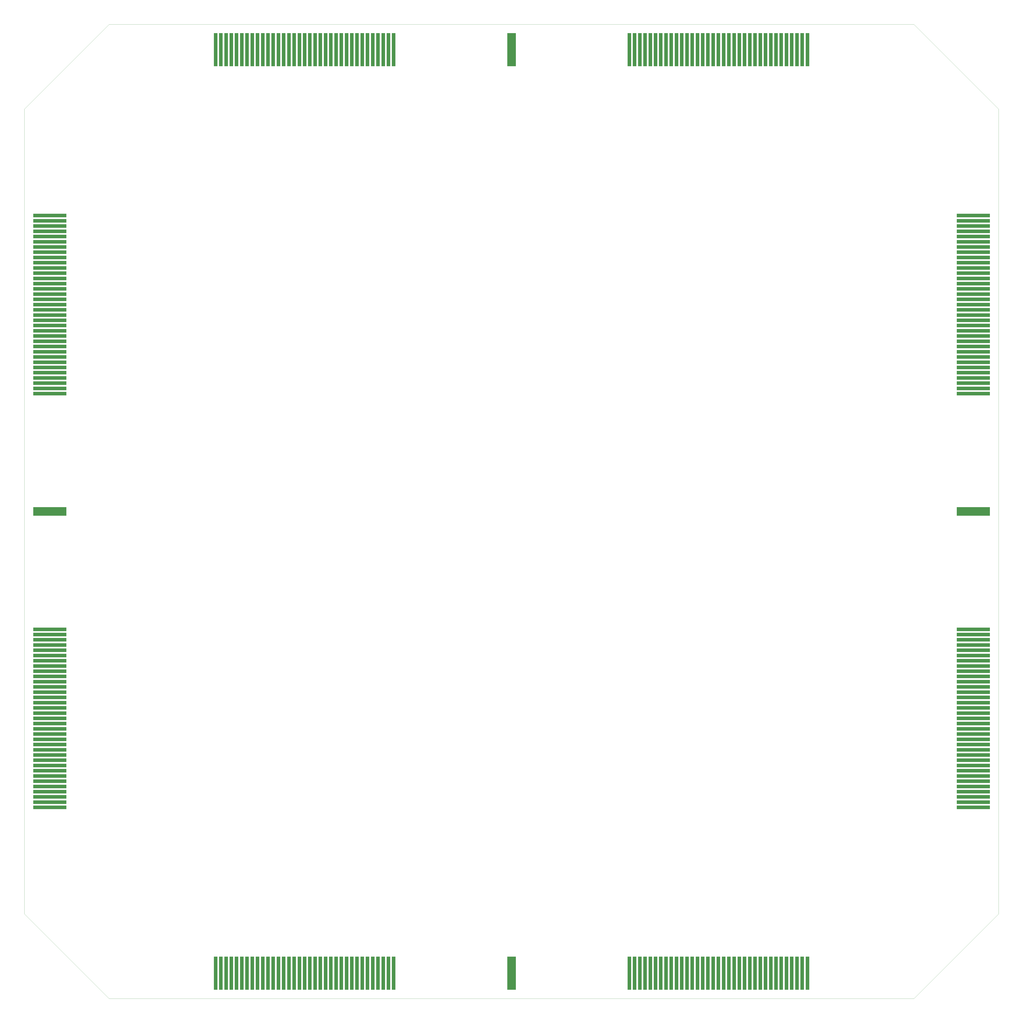
<source format=gbr>
G04 CAM350/DFMSTREAM V11.0 (Build 727) Date:  Mon Aug 30 13:10:57 2021 *
G04 Database: (Untitled) *
G04 Layer 3: stencil_v2.gbr *
%FSTAX43Y43*%
%MOMM*%
%SFA1.000B1.000*%

%MIA0B0*%
%IPPOS*%
%ADD158C,0.10000*%
%ADD335R,2.00000X18.99996*%
%ADD339R,18.99996X2.00000*%
%ADD343R,4.99999X18.99996*%
%ADD344R,18.99996X4.99999*%
%LNstencil_v2.gbr*%
%LPD*%
G54D335*
X-0169499Y0264499D03*
X-0166499D03*
X-0163499D03*
X-0160499D03*
X-0157499D03*
X-0154499D03*
X-0151499D03*
X-0148499D03*
X-0145499D03*
X-0142499D03*
X-0139499D03*
X-0136499D03*
X-0133499D03*
X-0130499D03*
X-0127499D03*
X-0124499D03*
X-0121499D03*
X-0118499D03*
X-0115499D03*
X-0112499D03*
X-0109499D03*
X-0106499D03*
X-0103499D03*
X-0100499D03*
X-0097499D03*
X-0094499D03*
X-0091499D03*
X-0088499D03*
X-0085499D03*
X-0082499D03*
X-0079499D03*
X-0076499D03*
X-0073499D03*
X-0070499D03*
X-0067499D03*
X0067499D03*
X0070499D03*
X0073499D03*
X0076499D03*
X0079499D03*
X0082499D03*
X0085499D03*
X0088499D03*
X0091499D03*
X0094499D03*
X0097499D03*
X0100499D03*
X0103499D03*
X0106499D03*
X0109499D03*
X0112499D03*
X0115499D03*
X0118499D03*
X0121499D03*
X0124499D03*
X0127499D03*
X0130499D03*
X0133499D03*
X0136499D03*
X0139499D03*
X0142499D03*
X0145499D03*
X0148499D03*
X0151499D03*
X0154499D03*
X0157499D03*
X0160499D03*
X0163499D03*
X0166499D03*
X0169499D03*
G54D339*
X0264499Y0169499D03*
Y0166499D03*
Y0163499D03*
Y0160499D03*
Y0157499D03*
Y0154499D03*
Y0151499D03*
Y0148499D03*
Y0145499D03*
Y0142499D03*
Y0139499D03*
Y0136499D03*
Y0133499D03*
Y0130499D03*
Y0127499D03*
Y0124499D03*
Y0121499D03*
Y0118499D03*
Y0115499D03*
Y0112499D03*
Y0109499D03*
Y0106499D03*
Y0103499D03*
Y0100499D03*
Y0097499D03*
Y0094499D03*
Y0091499D03*
Y0088499D03*
Y0085499D03*
Y0082499D03*
Y0079499D03*
Y0076499D03*
Y0073499D03*
Y0070499D03*
Y0067499D03*
Y-0070499D03*
Y-0073499D03*
Y-0076499D03*
Y-0079499D03*
Y-0082499D03*
Y-0085499D03*
Y-0088499D03*
Y-0091499D03*
Y-0094499D03*
Y-0097499D03*
Y-0100499D03*
Y-0103499D03*
Y-0106499D03*
Y-0109499D03*
Y-0112499D03*
Y-0115499D03*
Y-0118499D03*
Y-0121499D03*
Y-0124499D03*
Y-0127499D03*
Y-0130499D03*
Y-0133499D03*
Y-0136499D03*
Y-0139499D03*
Y-0142499D03*
Y-0145499D03*
Y-0148499D03*
Y-0151499D03*
Y-0154499D03*
Y-0157499D03*
Y-0160499D03*
Y-0163499D03*
Y-0166499D03*
Y-0169499D03*
X-0264499D03*
Y-0166499D03*
Y-0163499D03*
Y-0160499D03*
Y-0157499D03*
Y-0154499D03*
Y-0151499D03*
Y-0148499D03*
Y-0145499D03*
Y-0142499D03*
Y-0139499D03*
Y-0136499D03*
Y-0133499D03*
Y-0130499D03*
Y-0127499D03*
Y-0124499D03*
Y-0121499D03*
Y-0118499D03*
Y-0115499D03*
Y-0112499D03*
Y-0109499D03*
Y-0106499D03*
Y-0103499D03*
Y-0100499D03*
Y-0097499D03*
Y-0094499D03*
Y-0091499D03*
Y-0088499D03*
Y-0085499D03*
Y-0082499D03*
Y-0079499D03*
Y-0076499D03*
Y-0073499D03*
Y-0070499D03*
Y-0067499D03*
Y0067499D03*
Y0070499D03*
Y0073499D03*
Y0076499D03*
Y0079499D03*
Y0082499D03*
Y0085499D03*
Y0088499D03*
Y0091499D03*
Y0094499D03*
Y0097499D03*
Y0100499D03*
Y0103499D03*
Y0106499D03*
Y0109499D03*
Y0112499D03*
Y0115499D03*
Y0118499D03*
Y0121499D03*
Y0124499D03*
Y0127499D03*
Y0130499D03*
Y0133499D03*
Y0136499D03*
Y0139499D03*
Y0142499D03*
Y0145499D03*
Y0148499D03*
Y0151499D03*
Y0154499D03*
Y0157499D03*
Y0160499D03*
Y0163499D03*
Y0166499D03*
Y0169499D03*
G54D335*
X0169499Y-0264499D03*
X0166499D03*
X0163499D03*
X0160499D03*
X0157499D03*
X0154499D03*
X0151499D03*
X0148499D03*
X0145499D03*
X0142499D03*
X0139499D03*
X0136499D03*
X0133499D03*
X0130499D03*
X0127499D03*
X0124499D03*
X0121499D03*
X0118499D03*
X0115499D03*
X0112499D03*
X0109499D03*
X0106499D03*
X0103499D03*
X0100499D03*
X0097499D03*
X0094499D03*
X0091499D03*
X0088499D03*
X0085499D03*
X0082499D03*
X0079499D03*
X0076499D03*
X0073499D03*
X0070499D03*
X0067499D03*
X-0067499D03*
X-0070499D03*
X-0073499D03*
X-0076499D03*
X-0079499D03*
X-0082499D03*
X-0085499D03*
X-0088499D03*
X-0091499D03*
X-0094499D03*
X-0097499D03*
X-0100499D03*
X-0103499D03*
X-0106499D03*
X-0109499D03*
X-0112499D03*
X-0115499D03*
X-0118499D03*
X-0121499D03*
X-0124499D03*
X-0127499D03*
X-0130499D03*
X-0133499D03*
X-0136499D03*
X-0139499D03*
X-0142499D03*
X-0145499D03*
X-0148499D03*
X-0151499D03*
X-0154499D03*
X-0157499D03*
X-0160499D03*
X-0163499D03*
X-0166499D03*
X-0169499D03*
G54D344*
X-0264499Y0D03*
X0264499D03*
G54D343*
X0Y0264499D03*
Y-0264499D03*
G54D339*
X0264499Y-0067499D03*
G54D158*
X0230499Y-0278999D02*
G01X-0230499D01*
X-0278999Y-0230499*
Y0230499*
X-0230499Y0278999*
X0230499*
X0278999Y0230499*
Y-0230499*
X0230499Y-0278999*
M02*

</source>
